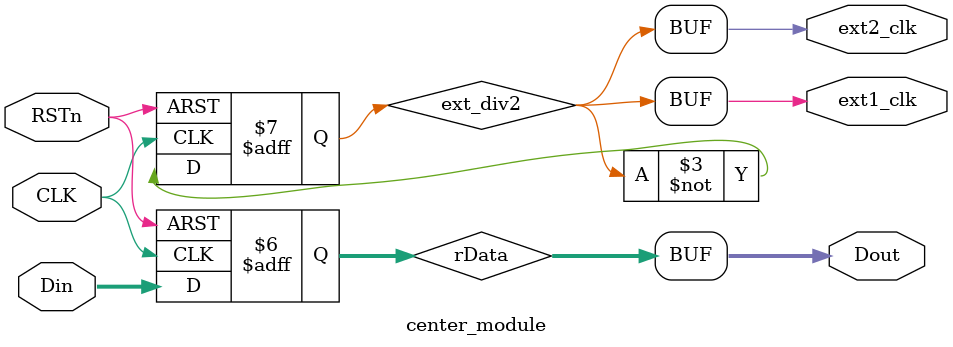
<source format=v>
module center_module
(
	input CLK,
	input RSTn,
    input [3:0]Din,
    output [3:0]Dout,
    output ext1_clk,ext2_clk
);
    /********************************************/
    
    reg ext_div2;
    
    always @ ( posedge CLK or negedge RSTn )
        if( !RSTn )
            begin
                ext_div2 <= 1'b0;
            end
        else 
            begin
                ext_div2 <= ~ext_div2;
            end

    /********************************************/
    
    reg [3:0]rData;
    
    always @ ( posedge CLK or negedge RSTn )
        if( !RSTn )
            begin
                rData <= 4'd0;
            end
        else 
            begin
                rData <= Din;
            end
    
    /********************************************/
            
    assign Dout = rData;
    assign ext1_clk = ext_div2;
    assign ext2_clk = ext_div2;
    
    /********************************************/
    
endmodule

</source>
